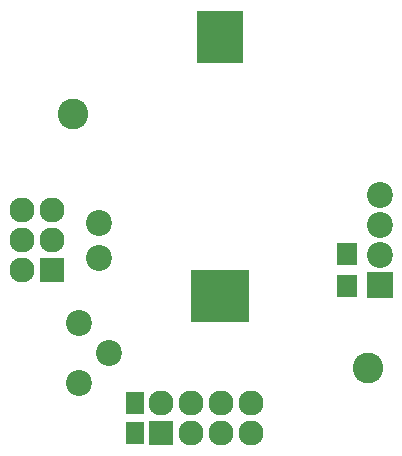
<source format=gbs>
G04 #@! TF.FileFunction,Soldermask,Bot*
%FSLAX46Y46*%
G04 Gerber Fmt 4.6, Leading zero omitted, Abs format (unit mm)*
G04 Created by KiCad (PCBNEW 4.0.4+e1-6308~48~ubuntu16.04.1-stable) date Tue Dec 13 09:27:16 2016*
%MOMM*%
%LPD*%
G01*
G04 APERTURE LIST*
%ADD10C,0.100000*%
%ADD11R,4.000000X4.400000*%
%ADD12R,5.000000X4.400000*%
%ADD13R,1.650000X1.900000*%
%ADD14R,1.700000X1.900000*%
%ADD15C,2.600000*%
%ADD16R,2.127200X2.127200*%
%ADD17O,2.127200X2.127200*%
%ADD18C,2.200000*%
%ADD19R,2.200000X2.200000*%
G04 APERTURE END LIST*
D10*
D11*
X189500000Y-100250000D03*
D12*
X189500000Y-122150000D03*
D13*
X182250000Y-131250000D03*
X182250000Y-133750000D03*
D14*
X200250000Y-118650000D03*
X200250000Y-121350000D03*
D15*
X202000000Y-128250000D03*
X177000000Y-106750000D03*
D16*
X175250000Y-120000000D03*
D17*
X172710000Y-120000000D03*
X175250000Y-117460000D03*
X172710000Y-117460000D03*
X175250000Y-114920000D03*
X172710000Y-114920000D03*
D16*
X184500000Y-133750000D03*
D17*
X184500000Y-131210000D03*
X187040000Y-133750000D03*
X187040000Y-131210000D03*
X189580000Y-133750000D03*
X189580000Y-131210000D03*
X192120000Y-133750000D03*
X192120000Y-131210000D03*
D18*
X179250000Y-119000000D03*
X179250000Y-116000000D03*
X177500000Y-129540000D03*
X177500000Y-124460000D03*
X180040000Y-127000000D03*
D19*
X203000000Y-121250000D03*
D18*
X203000000Y-118710000D03*
X203000000Y-116170000D03*
X203000000Y-113630000D03*
M02*

</source>
